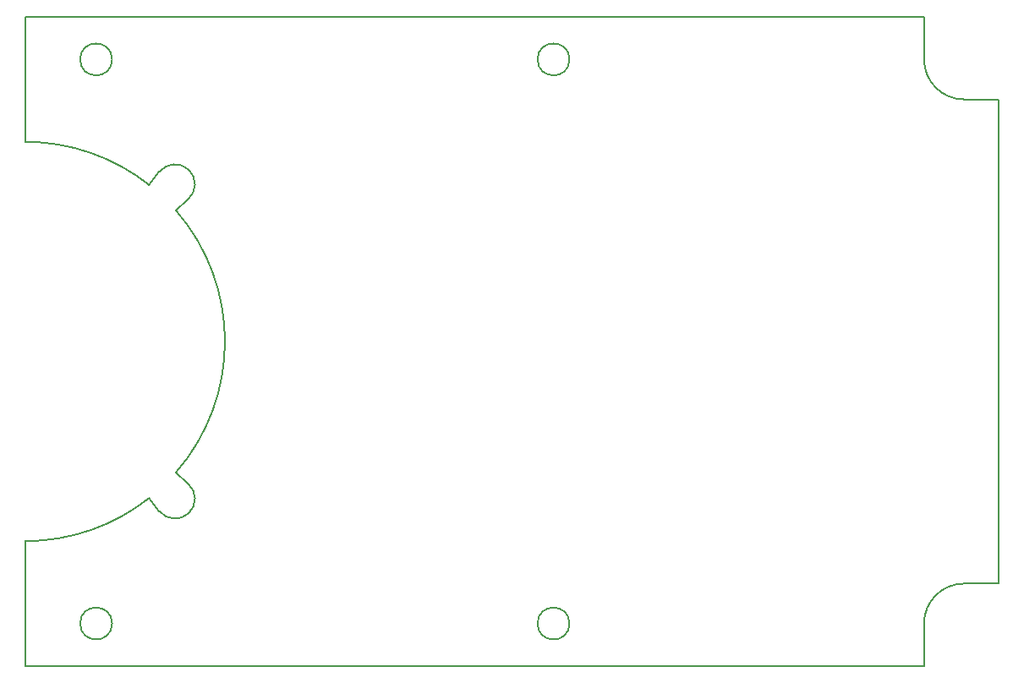
<source format=gbr>
%TF.GenerationSoftware,KiCad,Pcbnew,7.0.1*%
%TF.CreationDate,2023-09-18T11:20:41+02:00*%
%TF.ProjectId,Testbox,54657374-626f-4782-9e6b-696361645f70,rev?*%
%TF.SameCoordinates,Original*%
%TF.FileFunction,Profile,NP*%
%FSLAX46Y46*%
G04 Gerber Fmt 4.6, Leading zero omitted, Abs format (unit mm)*
G04 Created by KiCad (PCBNEW 7.0.1) date 2023-09-18 11:20:41*
%MOMM*%
%LPD*%
G01*
G04 APERTURE LIST*
%TA.AperFunction,Profile*%
%ADD10C,0.160000*%
%TD*%
G04 APERTURE END LIST*
D10*
X113431027Y-84490292D02*
X112402918Y-83189730D01*
X112402918Y-51810270D02*
X113431027Y-50509708D01*
X115066413Y-80653067D02*
X116315307Y-81743359D01*
X190000000Y-39250000D02*
X190000000Y-35000000D01*
X115066413Y-80653067D02*
G75*
G03*
X115066413Y-54346933I-15066413J13153067D01*
G01*
X116315307Y-53256641D02*
X115066413Y-54346933D01*
X154500000Y-39250000D02*
G75*
G03*
X154500000Y-39250000I-1600000J0D01*
G01*
X100000000Y-100000000D02*
X190000000Y-100000000D01*
X112402918Y-51810270D02*
G75*
G03*
X100000000Y-47500000I-12402918J-15689730D01*
G01*
X190000000Y-39250000D02*
G75*
G03*
X194000000Y-43250000I4000000J0D01*
G01*
X100000000Y-35000000D02*
X100000000Y-47500000D01*
X194000000Y-91750000D02*
X197500000Y-91750000D01*
X190000000Y-100000000D02*
X190000000Y-95750000D01*
X100000000Y-87500000D02*
G75*
G03*
X112402918Y-83189730I0J20000000D01*
G01*
X113431028Y-84490291D02*
G75*
G03*
X116315306Y-81743360I1568972J1240291D01*
G01*
X100000000Y-87500000D02*
X100000000Y-100000000D01*
X190000000Y-35000000D02*
X100000000Y-35000000D01*
X108700000Y-39250000D02*
G75*
G03*
X108700000Y-39250000I-1600000J0D01*
G01*
X154500000Y-95750000D02*
G75*
G03*
X154500000Y-95750000I-1600000J0D01*
G01*
X197500000Y-91750000D02*
X197500000Y-43250000D01*
X197500000Y-43250000D02*
X194000000Y-43250000D01*
X116315307Y-53256641D02*
G75*
G03*
X113431027Y-50509708I-1315307J1506641D01*
G01*
X108700000Y-95750000D02*
G75*
G03*
X108700000Y-95750000I-1600000J0D01*
G01*
X194000000Y-91750000D02*
G75*
G03*
X190000000Y-95750000I0J-4000000D01*
G01*
M02*

</source>
